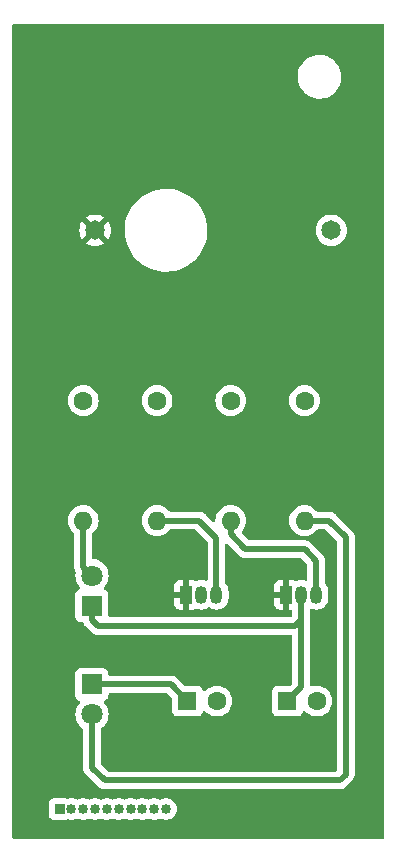
<source format=gbr>
%TF.GenerationSoftware,KiCad,Pcbnew,7.0.7*%
%TF.CreationDate,2024-04-06T11:31:03+09:00*%
%TF.ProjectId,PCB_AstMul,5043425f-4173-4744-9d75-6c2e6b696361,rev?*%
%TF.SameCoordinates,Original*%
%TF.FileFunction,Copper,L2,Bot*%
%TF.FilePolarity,Positive*%
%FSLAX46Y46*%
G04 Gerber Fmt 4.6, Leading zero omitted, Abs format (unit mm)*
G04 Created by KiCad (PCBNEW 7.0.7) date 2024-04-06 11:31:03*
%MOMM*%
%LPD*%
G01*
G04 APERTURE LIST*
%TA.AperFunction,ComponentPad*%
%ADD10R,1.050000X1.500000*%
%TD*%
%TA.AperFunction,ComponentPad*%
%ADD11O,1.050000X1.500000*%
%TD*%
%TA.AperFunction,ComponentPad*%
%ADD12R,1.800000X1.800000*%
%TD*%
%TA.AperFunction,ComponentPad*%
%ADD13C,1.800000*%
%TD*%
%TA.AperFunction,ComponentPad*%
%ADD14C,1.600000*%
%TD*%
%TA.AperFunction,ComponentPad*%
%ADD15O,1.600000X1.600000*%
%TD*%
%TA.AperFunction,ComponentPad*%
%ADD16R,0.850000X0.850000*%
%TD*%
%TA.AperFunction,ComponentPad*%
%ADD17O,0.850000X0.850000*%
%TD*%
%TA.AperFunction,ComponentPad*%
%ADD18R,1.600000X1.600000*%
%TD*%
%TA.AperFunction,ComponentPad*%
%ADD19C,1.650000*%
%TD*%
%TA.AperFunction,ViaPad*%
%ADD20C,0.800000*%
%TD*%
%TA.AperFunction,Conductor*%
%ADD21C,0.500000*%
%TD*%
G04 APERTURE END LIST*
D10*
%TO.P,Q2,1,E*%
%TO.N,GND*%
X72691250Y-68360000D03*
D11*
%TO.P,Q2,2,C*%
%TO.N,Net-(D2-K)*%
X73961250Y-68360000D03*
%TO.P,Q2,3,B*%
%TO.N,Net-(Q2-B)*%
X75231250Y-68360000D03*
%TD*%
D12*
%TO.P,D1,1,K*%
%TO.N,Net-(D1-K)*%
X56231250Y-75955000D03*
D13*
%TO.P,D1,2,A*%
%TO.N,Net-(D1-A)*%
X56231250Y-78495000D03*
%TD*%
D14*
%TO.P,R1,1*%
%TO.N,+3V0*%
X74231250Y-51920000D03*
D15*
%TO.P,R1,2*%
%TO.N,Net-(D1-A)*%
X74231250Y-62080000D03*
%TD*%
D10*
%TO.P,Q1,1,E*%
%TO.N,GND*%
X64231250Y-68360000D03*
D11*
%TO.P,Q1,2,C*%
%TO.N,Net-(D1-K)*%
X65501250Y-68360000D03*
%TO.P,Q1,3,B*%
%TO.N,Net-(Q1-B)*%
X66771250Y-68360000D03*
%TD*%
D14*
%TO.P,R3,1*%
%TO.N,+3V0*%
X61743750Y-51920000D03*
D15*
%TO.P,R3,2*%
%TO.N,Net-(Q1-B)*%
X61743750Y-62080000D03*
%TD*%
D16*
%TO.P,REF\u002A\u002A,1*%
%TO.N,N/C*%
X53500000Y-86500000D03*
D17*
%TO.P,REF\u002A\u002A,2*%
X54500000Y-86500000D03*
%TO.P,REF\u002A\u002A,3*%
X55500000Y-86500000D03*
%TO.P,REF\u002A\u002A,4*%
X56500000Y-86500000D03*
%TO.P,REF\u002A\u002A,5*%
X57500000Y-86500000D03*
%TO.P,REF\u002A\u002A,6*%
X58500000Y-86500000D03*
%TO.P,REF\u002A\u002A,7*%
X59500000Y-86500000D03*
%TO.P,REF\u002A\u002A,8*%
X60500000Y-86500000D03*
%TO.P,REF\u002A\u002A,9*%
X61500000Y-86500000D03*
%TO.P,REF\u002A\u002A,10*%
X62500000Y-86500000D03*
%TD*%
D18*
%TO.P,C2,1*%
%TO.N,Net-(D2-K)*%
X72778871Y-77360000D03*
D14*
%TO.P,C2,2*%
%TO.N,Net-(Q1-B)*%
X75278871Y-77360000D03*
%TD*%
D19*
%TO.P,U1,1,1*%
%TO.N,GND*%
X56500000Y-37500000D03*
%TO.P,U1,2,2*%
%TO.N,+3V0*%
X76500000Y-37500000D03*
%TD*%
D12*
%TO.P,D2,1,K*%
%TO.N,Net-(D2-K)*%
X56231250Y-69275000D03*
D13*
%TO.P,D2,2,A*%
%TO.N,Net-(D2-A)*%
X56231250Y-66735000D03*
%TD*%
D18*
%TO.P,C1,1*%
%TO.N,Net-(D1-K)*%
X64318871Y-77360000D03*
D14*
%TO.P,C1,2*%
%TO.N,Net-(Q2-B)*%
X66818871Y-77360000D03*
%TD*%
%TO.P,R2,1*%
%TO.N,+3V0*%
X67987500Y-51920000D03*
D15*
%TO.P,R2,2*%
%TO.N,Net-(Q2-B)*%
X67987500Y-62080000D03*
%TD*%
D14*
%TO.P,R4,1*%
%TO.N,+3V0*%
X55500000Y-51920000D03*
D15*
%TO.P,R4,2*%
%TO.N,Net-(D2-A)*%
X55500000Y-62080000D03*
%TD*%
D20*
%TO.N,GND*%
X64500000Y-60500000D03*
X64500000Y-48500000D03*
%TD*%
D21*
%TO.N,GND*%
X64500000Y-48500000D02*
X64500000Y-60500000D01*
%TO.N,Net-(D1-K)*%
X56231250Y-75955000D02*
X62913871Y-75955000D01*
X62913871Y-75955000D02*
X64318871Y-77360000D01*
%TO.N,Net-(Q1-B)*%
X66771250Y-68360000D02*
X66771250Y-63540000D01*
X66771250Y-63540000D02*
X65311250Y-62080000D01*
X65311250Y-62080000D02*
X61743750Y-62080000D01*
%TO.N,Net-(D2-K)*%
X56731250Y-71000000D02*
X73461250Y-71000000D01*
X73961250Y-70500000D02*
X73961250Y-76177621D01*
X56231250Y-69275000D02*
X56231250Y-70500000D01*
X73461250Y-71000000D02*
X73961250Y-70500000D01*
X73961250Y-76177621D02*
X72778871Y-77360000D01*
X56231250Y-70500000D02*
X56731250Y-71000000D01*
X73961250Y-68360000D02*
X73961250Y-70500000D01*
%TO.N,Net-(Q2-B)*%
X67987500Y-63256250D02*
X69231250Y-64500000D01*
X75231250Y-65500000D02*
X75231250Y-68360000D01*
X69231250Y-64500000D02*
X74231250Y-64500000D01*
X74231250Y-64500000D02*
X75231250Y-65500000D01*
X67987500Y-62080000D02*
X67987500Y-63256250D01*
%TO.N,Net-(D1-A)*%
X57311250Y-84080000D02*
X56231250Y-83000000D01*
X74231250Y-62080000D02*
X76311250Y-62080000D01*
X76311250Y-62080000D02*
X77731250Y-63500000D01*
X77731250Y-63500000D02*
X77731250Y-83500000D01*
X77731250Y-83580000D02*
X77231250Y-84080000D01*
X56231250Y-83000000D02*
X56231250Y-78495000D01*
X77231250Y-84080000D02*
X57311250Y-84080000D01*
%TO.N,Net-(D2-A)*%
X55500000Y-66003750D02*
X56231250Y-66735000D01*
X55500000Y-62080000D02*
X55500000Y-66003750D01*
%TD*%
%TA.AperFunction,Conductor*%
%TO.N,GND*%
G36*
X80942539Y-20020185D02*
G01*
X80988294Y-20072989D01*
X80999500Y-20124500D01*
X80999500Y-88875500D01*
X80979815Y-88942539D01*
X80927011Y-88988294D01*
X80875500Y-88999500D01*
X49624500Y-88999500D01*
X49557461Y-88979815D01*
X49511706Y-88927011D01*
X49500500Y-88875500D01*
X49500500Y-86972870D01*
X52574500Y-86972870D01*
X52574501Y-86972876D01*
X52580908Y-87032483D01*
X52631202Y-87167328D01*
X52631206Y-87167335D01*
X52717452Y-87282544D01*
X52717455Y-87282547D01*
X52832664Y-87368793D01*
X52832671Y-87368797D01*
X52967517Y-87419091D01*
X52967516Y-87419091D01*
X52974444Y-87419835D01*
X53027127Y-87425500D01*
X53972872Y-87425499D01*
X54032483Y-87419091D01*
X54124530Y-87384759D01*
X54194218Y-87379776D01*
X54206039Y-87383678D01*
X54206246Y-87383042D01*
X54212426Y-87385049D01*
X54212429Y-87385051D01*
X54402726Y-87425500D01*
X54597274Y-87425500D01*
X54787566Y-87385052D01*
X54787565Y-87385052D01*
X54787571Y-87385051D01*
X54949569Y-87312925D01*
X55018815Y-87303642D01*
X55050425Y-87312922D01*
X55212429Y-87385051D01*
X55212432Y-87385051D01*
X55212433Y-87385052D01*
X55402726Y-87425500D01*
X55597274Y-87425500D01*
X55787566Y-87385052D01*
X55787565Y-87385052D01*
X55787571Y-87385051D01*
X55949569Y-87312925D01*
X56018815Y-87303642D01*
X56050425Y-87312922D01*
X56212429Y-87385051D01*
X56212432Y-87385051D01*
X56212433Y-87385052D01*
X56402726Y-87425500D01*
X56597274Y-87425500D01*
X56787566Y-87385052D01*
X56787565Y-87385052D01*
X56787571Y-87385051D01*
X56949569Y-87312925D01*
X57018815Y-87303642D01*
X57050425Y-87312922D01*
X57212429Y-87385051D01*
X57212432Y-87385051D01*
X57212433Y-87385052D01*
X57402726Y-87425500D01*
X57597274Y-87425500D01*
X57787571Y-87385051D01*
X57949566Y-87312926D01*
X58018813Y-87303642D01*
X58050429Y-87312924D01*
X58212429Y-87385051D01*
X58402726Y-87425500D01*
X58597274Y-87425500D01*
X58787566Y-87385052D01*
X58787565Y-87385052D01*
X58787571Y-87385051D01*
X58949569Y-87312925D01*
X59018815Y-87303642D01*
X59050425Y-87312922D01*
X59212429Y-87385051D01*
X59212432Y-87385051D01*
X59212433Y-87385052D01*
X59402726Y-87425500D01*
X59597274Y-87425500D01*
X59787571Y-87385051D01*
X59949566Y-87312926D01*
X60018813Y-87303642D01*
X60050429Y-87312924D01*
X60212429Y-87385051D01*
X60402726Y-87425500D01*
X60597274Y-87425500D01*
X60787566Y-87385052D01*
X60787565Y-87385052D01*
X60787571Y-87385051D01*
X60949569Y-87312925D01*
X61018815Y-87303642D01*
X61050425Y-87312922D01*
X61212429Y-87385051D01*
X61212432Y-87385051D01*
X61212433Y-87385052D01*
X61402726Y-87425500D01*
X61597274Y-87425500D01*
X61787566Y-87385052D01*
X61787565Y-87385052D01*
X61787571Y-87385051D01*
X61949569Y-87312925D01*
X62018815Y-87303642D01*
X62050425Y-87312922D01*
X62212429Y-87385051D01*
X62212432Y-87385051D01*
X62212433Y-87385052D01*
X62402726Y-87425500D01*
X62597274Y-87425500D01*
X62787571Y-87385051D01*
X62965299Y-87305922D01*
X63122692Y-87191569D01*
X63144513Y-87167335D01*
X63150895Y-87160245D01*
X63252870Y-87046992D01*
X63350144Y-86878508D01*
X63410262Y-86693482D01*
X63430598Y-86500000D01*
X63410262Y-86306518D01*
X63350144Y-86121492D01*
X63350143Y-86121491D01*
X63350143Y-86121489D01*
X63350142Y-86121488D01*
X63295667Y-86027135D01*
X63252870Y-85953008D01*
X63201882Y-85896381D01*
X63122697Y-85808435D01*
X63122694Y-85808433D01*
X63122693Y-85808432D01*
X63122692Y-85808431D01*
X62997475Y-85717455D01*
X62965297Y-85694076D01*
X62824076Y-85631202D01*
X62787571Y-85614949D01*
X62787569Y-85614948D01*
X62597274Y-85574500D01*
X62402726Y-85574500D01*
X62212430Y-85614948D01*
X62212427Y-85614949D01*
X62050434Y-85687072D01*
X61981184Y-85696356D01*
X61949566Y-85687072D01*
X61787572Y-85614949D01*
X61787569Y-85614948D01*
X61597274Y-85574500D01*
X61402726Y-85574500D01*
X61212430Y-85614948D01*
X61212427Y-85614949D01*
X61050433Y-85687072D01*
X60981183Y-85696356D01*
X60949564Y-85687072D01*
X60824085Y-85631206D01*
X60787571Y-85614949D01*
X60787569Y-85614948D01*
X60597274Y-85574500D01*
X60402726Y-85574500D01*
X60212430Y-85614948D01*
X60212427Y-85614949D01*
X60050434Y-85687072D01*
X59981184Y-85696356D01*
X59949566Y-85687072D01*
X59787572Y-85614949D01*
X59787569Y-85614948D01*
X59597274Y-85574500D01*
X59402726Y-85574500D01*
X59212430Y-85614948D01*
X59212427Y-85614949D01*
X59050433Y-85687072D01*
X58981183Y-85696356D01*
X58949564Y-85687072D01*
X58824085Y-85631206D01*
X58787571Y-85614949D01*
X58787569Y-85614948D01*
X58597274Y-85574500D01*
X58402726Y-85574500D01*
X58212430Y-85614948D01*
X58212427Y-85614949D01*
X58050433Y-85687072D01*
X57981183Y-85696356D01*
X57949564Y-85687072D01*
X57824085Y-85631206D01*
X57787571Y-85614949D01*
X57787569Y-85614948D01*
X57597274Y-85574500D01*
X57402726Y-85574500D01*
X57212430Y-85614948D01*
X57212427Y-85614949D01*
X57050434Y-85687072D01*
X56981184Y-85696356D01*
X56949566Y-85687072D01*
X56787572Y-85614949D01*
X56787569Y-85614948D01*
X56597274Y-85574500D01*
X56402726Y-85574500D01*
X56212430Y-85614948D01*
X56212427Y-85614949D01*
X56050434Y-85687072D01*
X55981184Y-85696356D01*
X55949566Y-85687072D01*
X55787572Y-85614949D01*
X55787569Y-85614948D01*
X55597274Y-85574500D01*
X55402726Y-85574500D01*
X55212430Y-85614948D01*
X55212427Y-85614949D01*
X55050434Y-85687072D01*
X54981184Y-85696356D01*
X54949566Y-85687072D01*
X54787572Y-85614949D01*
X54787569Y-85614948D01*
X54597274Y-85574500D01*
X54402726Y-85574500D01*
X54212429Y-85614948D01*
X54206245Y-85616958D01*
X54205349Y-85614201D01*
X54148341Y-85621511D01*
X54124527Y-85615239D01*
X54032482Y-85580908D01*
X54032483Y-85580908D01*
X53972883Y-85574501D01*
X53972881Y-85574500D01*
X53972873Y-85574500D01*
X53972864Y-85574500D01*
X53027129Y-85574500D01*
X53027123Y-85574501D01*
X52967516Y-85580908D01*
X52832671Y-85631202D01*
X52832664Y-85631206D01*
X52717455Y-85717452D01*
X52717452Y-85717455D01*
X52631206Y-85832664D01*
X52631202Y-85832671D01*
X52580908Y-85967517D01*
X52574501Y-86027116D01*
X52574500Y-86027135D01*
X52574500Y-86972870D01*
X49500500Y-86972870D01*
X49500500Y-78495006D01*
X54825950Y-78495006D01*
X54845114Y-78726297D01*
X54845116Y-78726308D01*
X54902092Y-78951300D01*
X54995325Y-79163848D01*
X55122266Y-79358147D01*
X55122269Y-79358151D01*
X55122271Y-79358153D01*
X55279466Y-79528913D01*
X55279469Y-79528915D01*
X55279472Y-79528918D01*
X55432911Y-79648345D01*
X55473724Y-79705055D01*
X55480749Y-79746198D01*
X55480749Y-82936298D01*
X55479440Y-82954268D01*
X55475961Y-82978020D01*
X55475960Y-82978027D01*
X55480514Y-83030063D01*
X55480750Y-83035470D01*
X55480750Y-83043709D01*
X55484556Y-83076274D01*
X55491250Y-83152791D01*
X55492711Y-83159867D01*
X55492653Y-83159878D01*
X55494284Y-83167237D01*
X55494342Y-83167224D01*
X55496007Y-83174250D01*
X55522275Y-83246424D01*
X55546435Y-83319331D01*
X55549486Y-83325874D01*
X55549432Y-83325898D01*
X55552720Y-83332688D01*
X55552771Y-83332663D01*
X55556011Y-83339113D01*
X55556012Y-83339114D01*
X55556013Y-83339117D01*
X55598215Y-83403283D01*
X55638537Y-83468655D01*
X55643016Y-83474319D01*
X55642969Y-83474356D01*
X55647732Y-83480202D01*
X55647778Y-83480164D01*
X55652423Y-83485700D01*
X55708268Y-83538386D01*
X56735519Y-84565637D01*
X56747299Y-84579268D01*
X56761639Y-84598530D01*
X56761641Y-84598532D01*
X56801659Y-84632110D01*
X56805649Y-84635766D01*
X56811477Y-84641594D01*
X56837197Y-84661931D01*
X56896038Y-84711304D01*
X56902068Y-84715270D01*
X56902035Y-84715319D01*
X56908393Y-84719369D01*
X56908425Y-84719319D01*
X56914570Y-84723109D01*
X56914573Y-84723111D01*
X56984186Y-84755572D01*
X57052817Y-84790040D01*
X57052822Y-84790041D01*
X57059611Y-84792513D01*
X57059590Y-84792570D01*
X57066705Y-84795043D01*
X57066725Y-84794986D01*
X57073580Y-84797258D01*
X57148808Y-84812789D01*
X57148808Y-84812790D01*
X57223529Y-84830500D01*
X57223539Y-84830500D01*
X57230702Y-84831338D01*
X57230694Y-84831397D01*
X57238195Y-84832164D01*
X57238201Y-84832105D01*
X57245390Y-84832734D01*
X57245394Y-84832733D01*
X57245395Y-84832734D01*
X57322168Y-84830500D01*
X77167545Y-84830500D01*
X77185515Y-84831809D01*
X77209273Y-84835289D01*
X77261318Y-84830735D01*
X77266720Y-84830500D01*
X77274954Y-84830500D01*
X77274959Y-84830500D01*
X77286577Y-84829141D01*
X77307526Y-84826693D01*
X77320278Y-84825577D01*
X77384047Y-84819999D01*
X77384055Y-84819996D01*
X77391116Y-84818539D01*
X77391128Y-84818598D01*
X77398493Y-84816965D01*
X77398479Y-84816906D01*
X77405496Y-84815241D01*
X77405505Y-84815241D01*
X77477673Y-84788974D01*
X77550584Y-84764814D01*
X77550593Y-84764807D01*
X77557132Y-84761760D01*
X77557158Y-84761816D01*
X77563940Y-84758532D01*
X77563913Y-84758478D01*
X77570356Y-84755240D01*
X77570367Y-84755237D01*
X77634533Y-84713034D01*
X77699906Y-84672712D01*
X77699912Y-84672705D01*
X77705575Y-84668229D01*
X77705613Y-84668277D01*
X77711450Y-84663522D01*
X77711411Y-84663475D01*
X77716946Y-84658830D01*
X77769635Y-84602982D01*
X78292835Y-84079783D01*
X78292835Y-84079782D01*
X78292841Y-84079777D01*
X78374361Y-83976677D01*
X78448507Y-83817673D01*
X78483984Y-83645856D01*
X78481750Y-83569082D01*
X78481750Y-63563704D01*
X78483059Y-63545735D01*
X78486539Y-63521974D01*
X78481986Y-63469939D01*
X78481750Y-63464532D01*
X78481750Y-63456296D01*
X78481750Y-63456291D01*
X78477941Y-63423705D01*
X78471248Y-63347203D01*
X78471245Y-63347194D01*
X78469788Y-63340135D01*
X78469848Y-63340122D01*
X78468215Y-63332757D01*
X78468156Y-63332772D01*
X78466491Y-63325749D01*
X78466491Y-63325745D01*
X78440221Y-63253568D01*
X78424679Y-63206663D01*
X78416066Y-63180670D01*
X78413011Y-63174118D01*
X78413065Y-63174092D01*
X78409783Y-63167312D01*
X78409730Y-63167340D01*
X78406488Y-63160886D01*
X78406487Y-63160883D01*
X78364288Y-63096723D01*
X78323962Y-63031344D01*
X78323961Y-63031343D01*
X78323960Y-63031341D01*
X78319484Y-63025681D01*
X78319530Y-63025643D01*
X78314769Y-63019799D01*
X78314724Y-63019838D01*
X78310084Y-63014308D01*
X78254232Y-62961613D01*
X76886979Y-61594361D01*
X76875199Y-61580730D01*
X76867732Y-61570701D01*
X76860862Y-61561472D01*
X76860860Y-61561470D01*
X76820837Y-61527886D01*
X76816862Y-61524244D01*
X76813940Y-61521322D01*
X76811030Y-61518411D01*
X76785290Y-61498059D01*
X76726459Y-61448694D01*
X76720430Y-61444729D01*
X76720462Y-61444680D01*
X76714103Y-61440628D01*
X76714072Y-61440679D01*
X76707930Y-61436891D01*
X76707928Y-61436890D01*
X76707927Y-61436889D01*
X76668724Y-61418608D01*
X76638308Y-61404424D01*
X76604144Y-61387267D01*
X76569683Y-61369960D01*
X76569681Y-61369959D01*
X76569680Y-61369959D01*
X76562895Y-61367489D01*
X76562915Y-61367433D01*
X76555799Y-61364959D01*
X76555781Y-61365015D01*
X76548921Y-61362742D01*
X76521091Y-61356996D01*
X76473684Y-61347207D01*
X76424722Y-61335603D01*
X76398969Y-61329499D01*
X76391797Y-61328661D01*
X76391803Y-61328601D01*
X76384305Y-61327835D01*
X76384300Y-61327895D01*
X76377110Y-61327265D01*
X76300333Y-61329500D01*
X75357913Y-61329500D01*
X75290874Y-61309815D01*
X75256338Y-61276623D01*
X75231295Y-61240858D01*
X75070391Y-61079954D01*
X74883984Y-60949432D01*
X74883982Y-60949431D01*
X74677747Y-60853261D01*
X74677738Y-60853258D01*
X74457947Y-60794366D01*
X74457943Y-60794365D01*
X74457942Y-60794365D01*
X74457941Y-60794364D01*
X74457936Y-60794364D01*
X74231252Y-60774532D01*
X74231248Y-60774532D01*
X74004563Y-60794364D01*
X74004552Y-60794366D01*
X73784761Y-60853258D01*
X73784752Y-60853261D01*
X73578517Y-60949431D01*
X73578515Y-60949432D01*
X73392108Y-61079954D01*
X73231204Y-61240858D01*
X73100682Y-61427265D01*
X73100681Y-61427267D01*
X73004511Y-61633502D01*
X73004508Y-61633511D01*
X72945616Y-61853302D01*
X72945614Y-61853313D01*
X72925782Y-62079998D01*
X72925782Y-62080001D01*
X72945614Y-62306686D01*
X72945616Y-62306697D01*
X73004508Y-62526488D01*
X73004511Y-62526497D01*
X73100681Y-62732732D01*
X73100682Y-62732734D01*
X73231204Y-62919141D01*
X73392108Y-63080045D01*
X73392111Y-63080047D01*
X73578516Y-63210568D01*
X73784754Y-63306739D01*
X74004558Y-63365635D01*
X74166480Y-63379801D01*
X74231248Y-63385468D01*
X74231250Y-63385468D01*
X74231252Y-63385468D01*
X74287923Y-63380509D01*
X74457942Y-63365635D01*
X74677746Y-63306739D01*
X74883984Y-63210568D01*
X75070389Y-63080047D01*
X75231297Y-62919139D01*
X75256336Y-62883377D01*
X75310915Y-62839752D01*
X75357913Y-62830500D01*
X75949020Y-62830500D01*
X76016059Y-62850185D01*
X76036701Y-62866819D01*
X76944431Y-63774548D01*
X76977916Y-63835871D01*
X76980750Y-63862229D01*
X76980750Y-83205500D01*
X76961065Y-83272539D01*
X76908261Y-83318294D01*
X76856750Y-83329500D01*
X57673479Y-83329500D01*
X57606440Y-83309815D01*
X57585798Y-83293181D01*
X57018068Y-82725451D01*
X56984583Y-82664128D01*
X56981749Y-82637770D01*
X56981749Y-79746194D01*
X57001434Y-79679159D01*
X57029583Y-79648347D01*
X57183034Y-79528913D01*
X57340229Y-79358153D01*
X57467174Y-79163849D01*
X57560407Y-78951300D01*
X57617384Y-78726305D01*
X57623368Y-78654091D01*
X57636550Y-78495006D01*
X57636550Y-78494993D01*
X57617385Y-78263702D01*
X57617383Y-78263691D01*
X57560407Y-78038699D01*
X57467174Y-77826151D01*
X57340233Y-77631852D01*
X57340230Y-77631849D01*
X57340229Y-77631847D01*
X57245445Y-77528884D01*
X57214525Y-77466232D01*
X57222385Y-77396806D01*
X57266533Y-77342651D01*
X57293345Y-77328722D01*
X57373576Y-77298798D01*
X57373576Y-77298797D01*
X57373581Y-77298796D01*
X57488796Y-77212546D01*
X57575046Y-77097331D01*
X57625341Y-76962483D01*
X57631750Y-76902873D01*
X57631750Y-76829500D01*
X57651435Y-76762461D01*
X57704239Y-76716706D01*
X57755750Y-76705500D01*
X62551641Y-76705500D01*
X62618680Y-76725185D01*
X62639322Y-76741819D01*
X62982052Y-77084549D01*
X63015537Y-77145872D01*
X63018371Y-77172230D01*
X63018371Y-78207870D01*
X63018372Y-78207876D01*
X63024779Y-78267483D01*
X63075073Y-78402328D01*
X63075077Y-78402335D01*
X63161323Y-78517544D01*
X63161326Y-78517547D01*
X63276535Y-78603793D01*
X63276542Y-78603797D01*
X63411388Y-78654091D01*
X63411387Y-78654091D01*
X63418315Y-78654835D01*
X63470998Y-78660500D01*
X65166743Y-78660499D01*
X65226354Y-78654091D01*
X65361202Y-78603796D01*
X65476417Y-78517546D01*
X65562667Y-78402331D01*
X65612962Y-78267483D01*
X65612963Y-78267472D01*
X65614236Y-78262088D01*
X65648804Y-78201369D01*
X65710712Y-78168978D01*
X65780304Y-78175199D01*
X65822596Y-78202912D01*
X65979729Y-78360045D01*
X65979732Y-78360047D01*
X66166137Y-78490568D01*
X66372375Y-78586739D01*
X66592179Y-78645635D01*
X66754101Y-78659801D01*
X66818869Y-78665468D01*
X66818871Y-78665468D01*
X66818873Y-78665468D01*
X66875678Y-78660498D01*
X67045563Y-78645635D01*
X67265367Y-78586739D01*
X67471605Y-78490568D01*
X67658010Y-78360047D01*
X67818918Y-78199139D01*
X67949439Y-78012734D01*
X68045610Y-77806496D01*
X68104506Y-77586692D01*
X68124339Y-77360000D01*
X68104506Y-77133308D01*
X68045610Y-76913504D01*
X67949439Y-76707266D01*
X67818918Y-76520861D01*
X67818916Y-76520858D01*
X67658012Y-76359954D01*
X67471605Y-76229432D01*
X67471603Y-76229431D01*
X67265368Y-76133261D01*
X67265359Y-76133258D01*
X67045568Y-76074366D01*
X67045564Y-76074365D01*
X67045563Y-76074365D01*
X67045562Y-76074364D01*
X67045557Y-76074364D01*
X66818873Y-76054532D01*
X66818869Y-76054532D01*
X66592184Y-76074364D01*
X66592173Y-76074366D01*
X66372382Y-76133258D01*
X66372373Y-76133261D01*
X66166138Y-76229431D01*
X66166136Y-76229432D01*
X65979733Y-76359951D01*
X65822597Y-76517087D01*
X65761274Y-76550571D01*
X65691582Y-76545587D01*
X65635649Y-76503715D01*
X65614240Y-76457923D01*
X65612962Y-76452518D01*
X65562668Y-76317671D01*
X65562664Y-76317664D01*
X65476418Y-76202455D01*
X65476415Y-76202452D01*
X65361206Y-76116206D01*
X65361199Y-76116202D01*
X65226353Y-76065908D01*
X65226354Y-76065908D01*
X65166754Y-76059501D01*
X65166752Y-76059500D01*
X65166744Y-76059500D01*
X65166736Y-76059500D01*
X64131101Y-76059500D01*
X64064062Y-76039815D01*
X64043420Y-76023181D01*
X63489600Y-75469361D01*
X63477820Y-75455730D01*
X63470353Y-75445701D01*
X63463483Y-75436472D01*
X63463481Y-75436470D01*
X63423458Y-75402886D01*
X63419483Y-75399244D01*
X63416561Y-75396322D01*
X63413651Y-75393411D01*
X63387911Y-75373059D01*
X63329080Y-75323694D01*
X63323051Y-75319729D01*
X63323083Y-75319680D01*
X63316724Y-75315628D01*
X63316693Y-75315679D01*
X63310551Y-75311891D01*
X63310549Y-75311890D01*
X63310548Y-75311889D01*
X63271345Y-75293608D01*
X63240929Y-75279424D01*
X63206765Y-75262267D01*
X63172304Y-75244960D01*
X63172302Y-75244959D01*
X63172301Y-75244959D01*
X63165516Y-75242489D01*
X63165536Y-75242433D01*
X63158420Y-75239959D01*
X63158402Y-75240015D01*
X63151542Y-75237742D01*
X63123712Y-75231996D01*
X63076305Y-75222207D01*
X63027343Y-75210603D01*
X63001590Y-75204499D01*
X62994418Y-75203661D01*
X62994424Y-75203601D01*
X62986926Y-75202835D01*
X62986921Y-75202895D01*
X62979731Y-75202265D01*
X62902954Y-75204500D01*
X57755749Y-75204500D01*
X57688710Y-75184815D01*
X57642955Y-75132011D01*
X57631749Y-75080500D01*
X57631749Y-75007129D01*
X57631748Y-75007123D01*
X57631747Y-75007116D01*
X57625341Y-74947517D01*
X57575046Y-74812669D01*
X57575045Y-74812668D01*
X57575043Y-74812664D01*
X57488797Y-74697455D01*
X57488794Y-74697452D01*
X57373585Y-74611206D01*
X57373578Y-74611202D01*
X57238732Y-74560908D01*
X57238733Y-74560908D01*
X57179133Y-74554501D01*
X57179131Y-74554500D01*
X57179123Y-74554500D01*
X57179114Y-74554500D01*
X55283379Y-74554500D01*
X55283373Y-74554501D01*
X55223766Y-74560908D01*
X55088921Y-74611202D01*
X55088914Y-74611206D01*
X54973705Y-74697452D01*
X54973702Y-74697455D01*
X54887456Y-74812664D01*
X54887452Y-74812671D01*
X54837158Y-74947517D01*
X54830751Y-75007116D01*
X54830751Y-75007123D01*
X54830750Y-75007135D01*
X54830750Y-76902870D01*
X54830751Y-76902876D01*
X54837158Y-76962483D01*
X54887452Y-77097328D01*
X54887456Y-77097335D01*
X54973702Y-77212544D01*
X54973705Y-77212547D01*
X55088914Y-77298793D01*
X55088923Y-77298798D01*
X55169154Y-77328722D01*
X55225088Y-77370593D01*
X55249506Y-77436057D01*
X55234655Y-77504330D01*
X55217052Y-77528886D01*
X55122269Y-77631849D01*
X54995325Y-77826151D01*
X54902092Y-78038699D01*
X54845116Y-78263691D01*
X54845114Y-78263702D01*
X54825950Y-78494993D01*
X54825950Y-78495006D01*
X49500500Y-78495006D01*
X49500500Y-62080001D01*
X54194532Y-62080001D01*
X54214364Y-62306686D01*
X54214366Y-62306697D01*
X54273258Y-62526488D01*
X54273261Y-62526497D01*
X54369431Y-62732732D01*
X54369432Y-62732734D01*
X54499954Y-62919141D01*
X54660859Y-63080046D01*
X54696621Y-63105086D01*
X54740247Y-63159662D01*
X54749500Y-63206662D01*
X54749500Y-65940044D01*
X54748191Y-65958013D01*
X54744710Y-65981775D01*
X54749264Y-66033814D01*
X54749500Y-66039220D01*
X54749500Y-66047459D01*
X54753306Y-66080024D01*
X54760000Y-66156541D01*
X54761461Y-66163617D01*
X54761403Y-66163628D01*
X54763034Y-66170987D01*
X54763092Y-66170974D01*
X54764757Y-66178000D01*
X54791025Y-66250174D01*
X54815185Y-66323081D01*
X54818236Y-66329624D01*
X54818182Y-66329648D01*
X54821470Y-66336438D01*
X54821521Y-66336413D01*
X54824760Y-66342862D01*
X54838851Y-66364287D01*
X54859242Y-66431115D01*
X54855455Y-66462862D01*
X54845115Y-66503693D01*
X54845115Y-66503695D01*
X54825950Y-66734993D01*
X54825950Y-66735006D01*
X54845114Y-66966297D01*
X54845116Y-66966308D01*
X54902092Y-67191300D01*
X54995325Y-67403848D01*
X55122266Y-67598147D01*
X55122269Y-67598151D01*
X55122271Y-67598153D01*
X55217053Y-67701114D01*
X55247974Y-67763767D01*
X55240114Y-67833193D01*
X55195966Y-67887348D01*
X55169156Y-67901277D01*
X55088919Y-67931203D01*
X55088914Y-67931206D01*
X54973705Y-68017452D01*
X54973702Y-68017455D01*
X54887456Y-68132664D01*
X54887452Y-68132671D01*
X54837158Y-68267517D01*
X54830751Y-68327116D01*
X54830751Y-68327123D01*
X54830750Y-68327135D01*
X54830750Y-70222870D01*
X54830751Y-70222876D01*
X54837158Y-70282483D01*
X54887452Y-70417328D01*
X54887456Y-70417335D01*
X54973702Y-70532544D01*
X54973705Y-70532547D01*
X55088914Y-70618793D01*
X55088921Y-70618797D01*
X55133868Y-70635561D01*
X55223767Y-70669091D01*
X55283377Y-70675500D01*
X55409232Y-70675499D01*
X55476271Y-70695183D01*
X55522026Y-70747987D01*
X55526938Y-70760494D01*
X55546435Y-70819331D01*
X55549486Y-70825874D01*
X55549432Y-70825898D01*
X55552720Y-70832688D01*
X55552771Y-70832663D01*
X55556011Y-70839113D01*
X55556012Y-70839114D01*
X55556013Y-70839117D01*
X55598215Y-70903283D01*
X55638537Y-70968655D01*
X55643016Y-70974319D01*
X55642969Y-70974356D01*
X55647732Y-70980202D01*
X55647778Y-70980164D01*
X55652423Y-70985700D01*
X55708267Y-71038385D01*
X56155520Y-71485638D01*
X56167301Y-71499270D01*
X56181638Y-71518528D01*
X56221659Y-71552111D01*
X56225647Y-71555766D01*
X56231466Y-71561585D01*
X56231470Y-71561588D01*
X56231473Y-71561591D01*
X56257209Y-71581940D01*
X56316036Y-71631302D01*
X56316037Y-71631302D01*
X56316039Y-71631304D01*
X56322068Y-71635270D01*
X56322035Y-71635319D01*
X56328397Y-71639372D01*
X56328429Y-71639321D01*
X56334569Y-71643108D01*
X56334573Y-71643111D01*
X56369382Y-71659343D01*
X56404191Y-71675575D01*
X56472815Y-71710039D01*
X56472817Y-71710040D01*
X56472819Y-71710040D01*
X56479607Y-71712511D01*
X56479586Y-71712567D01*
X56486707Y-71715043D01*
X56486726Y-71714986D01*
X56493572Y-71717254D01*
X56493577Y-71717257D01*
X56493582Y-71717258D01*
X56493585Y-71717259D01*
X56568815Y-71732792D01*
X56643529Y-71750500D01*
X56643532Y-71750500D01*
X56643536Y-71750501D01*
X56650703Y-71751339D01*
X56650696Y-71751398D01*
X56658194Y-71752164D01*
X56658200Y-71752105D01*
X56665389Y-71752734D01*
X56665393Y-71752733D01*
X56665394Y-71752734D01*
X56742167Y-71750500D01*
X73086750Y-71750500D01*
X73153789Y-71770185D01*
X73199544Y-71822989D01*
X73210750Y-71874500D01*
X73210750Y-75815391D01*
X73191065Y-75882430D01*
X73174435Y-75903067D01*
X73073521Y-76003982D01*
X73054321Y-76023182D01*
X72992998Y-76056666D01*
X72966640Y-76059500D01*
X71931000Y-76059500D01*
X71930994Y-76059501D01*
X71871387Y-76065908D01*
X71736542Y-76116202D01*
X71736535Y-76116206D01*
X71621326Y-76202452D01*
X71621323Y-76202455D01*
X71535077Y-76317664D01*
X71535073Y-76317671D01*
X71484779Y-76452517D01*
X71478372Y-76512116D01*
X71478371Y-76512135D01*
X71478371Y-78207870D01*
X71478372Y-78207876D01*
X71484779Y-78267483D01*
X71535073Y-78402328D01*
X71535077Y-78402335D01*
X71621323Y-78517544D01*
X71621326Y-78517547D01*
X71736535Y-78603793D01*
X71736542Y-78603797D01*
X71871388Y-78654091D01*
X71871387Y-78654091D01*
X71878315Y-78654835D01*
X71930998Y-78660500D01*
X73626743Y-78660499D01*
X73686354Y-78654091D01*
X73821202Y-78603796D01*
X73936417Y-78517546D01*
X74022667Y-78402331D01*
X74072962Y-78267483D01*
X74072963Y-78267472D01*
X74074236Y-78262088D01*
X74108804Y-78201369D01*
X74170712Y-78168978D01*
X74240304Y-78175199D01*
X74282596Y-78202912D01*
X74439729Y-78360045D01*
X74439732Y-78360047D01*
X74626137Y-78490568D01*
X74832375Y-78586739D01*
X75052179Y-78645635D01*
X75214101Y-78659801D01*
X75278869Y-78665468D01*
X75278871Y-78665468D01*
X75278873Y-78665468D01*
X75335678Y-78660498D01*
X75505563Y-78645635D01*
X75725367Y-78586739D01*
X75931605Y-78490568D01*
X76118010Y-78360047D01*
X76278918Y-78199139D01*
X76409439Y-78012734D01*
X76505610Y-77806496D01*
X76564506Y-77586692D01*
X76584339Y-77360000D01*
X76564506Y-77133308D01*
X76505610Y-76913504D01*
X76409439Y-76707266D01*
X76278918Y-76520861D01*
X76278916Y-76520858D01*
X76118012Y-76359954D01*
X75931605Y-76229432D01*
X75931603Y-76229431D01*
X75725368Y-76133261D01*
X75725359Y-76133258D01*
X75505568Y-76074366D01*
X75505564Y-76074365D01*
X75505563Y-76074365D01*
X75505562Y-76074364D01*
X75505557Y-76074364D01*
X75278873Y-76054532D01*
X75278869Y-76054532D01*
X75052184Y-76074364D01*
X75052173Y-76074366D01*
X74867843Y-76123757D01*
X74797993Y-76122094D01*
X74740131Y-76082931D01*
X74712627Y-76018703D01*
X74711750Y-76003982D01*
X74711750Y-70589344D01*
X74713414Y-70573055D01*
X74713355Y-70573050D01*
X74713984Y-70565860D01*
X74711750Y-70489082D01*
X74711750Y-69666250D01*
X74731435Y-69599211D01*
X74784239Y-69553456D01*
X74853397Y-69543512D01*
X74871738Y-69547588D01*
X75030217Y-69595662D01*
X75231250Y-69615462D01*
X75432283Y-69595662D01*
X75625591Y-69537023D01*
X75803744Y-69441798D01*
X75959897Y-69313647D01*
X76088048Y-69157494D01*
X76183273Y-68979341D01*
X76241912Y-68786033D01*
X76256750Y-68635380D01*
X76256750Y-68084620D01*
X76241912Y-67933967D01*
X76183273Y-67740659D01*
X76183271Y-67740656D01*
X76183271Y-67740654D01*
X76088051Y-67562511D01*
X76088049Y-67562509D01*
X76088048Y-67562506D01*
X76009897Y-67467278D01*
X75982584Y-67402968D01*
X75981750Y-67388613D01*
X75981750Y-65563705D01*
X75983059Y-65545735D01*
X75983379Y-65543547D01*
X75986539Y-65521977D01*
X75981985Y-65469931D01*
X75981750Y-65464528D01*
X75981750Y-65456297D01*
X75981750Y-65456291D01*
X75977943Y-65423724D01*
X75971249Y-65347203D01*
X75971249Y-65347201D01*
X75969789Y-65340129D01*
X75969847Y-65340116D01*
X75968215Y-65332757D01*
X75968156Y-65332772D01*
X75966492Y-65325753D01*
X75966491Y-65325745D01*
X75940224Y-65253576D01*
X75916064Y-65180666D01*
X75916059Y-65180659D01*
X75913010Y-65174118D01*
X75913065Y-65174091D01*
X75909783Y-65167313D01*
X75909730Y-65167340D01*
X75906485Y-65160880D01*
X75864278Y-65096708D01*
X75837844Y-65053852D01*
X75823962Y-65031345D01*
X75823961Y-65031344D01*
X75823960Y-65031342D01*
X75819484Y-65025682D01*
X75819531Y-65025644D01*
X75814769Y-65019799D01*
X75814724Y-65019838D01*
X75810084Y-65014309D01*
X75810082Y-65014307D01*
X75810080Y-65014304D01*
X75779311Y-64985275D01*
X75754215Y-64961597D01*
X74806979Y-64014361D01*
X74795199Y-64000730D01*
X74787732Y-63990701D01*
X74780862Y-63981472D01*
X74780860Y-63981470D01*
X74740837Y-63947886D01*
X74736862Y-63944244D01*
X74733940Y-63941322D01*
X74731030Y-63938411D01*
X74705290Y-63918059D01*
X74646459Y-63868694D01*
X74640430Y-63864729D01*
X74640462Y-63864680D01*
X74634103Y-63860628D01*
X74634072Y-63860679D01*
X74627930Y-63856891D01*
X74627928Y-63856890D01*
X74627927Y-63856889D01*
X74582855Y-63835871D01*
X74558308Y-63824424D01*
X74524144Y-63807267D01*
X74489683Y-63789960D01*
X74489681Y-63789959D01*
X74489680Y-63789959D01*
X74482895Y-63787489D01*
X74482915Y-63787433D01*
X74475799Y-63784959D01*
X74475781Y-63785015D01*
X74468921Y-63782742D01*
X74441091Y-63776996D01*
X74393684Y-63767207D01*
X74344722Y-63755603D01*
X74318969Y-63749499D01*
X74311797Y-63748661D01*
X74311803Y-63748601D01*
X74304305Y-63747835D01*
X74304300Y-63747895D01*
X74297110Y-63747265D01*
X74220333Y-63749500D01*
X69593480Y-63749500D01*
X69526441Y-63729815D01*
X69505799Y-63713181D01*
X68937333Y-63144715D01*
X68903848Y-63083392D01*
X68908832Y-63013700D01*
X68937334Y-62969352D01*
X68987546Y-62919140D01*
X68987547Y-62919139D01*
X69118068Y-62732734D01*
X69214239Y-62526496D01*
X69273135Y-62306692D01*
X69292968Y-62080000D01*
X69273135Y-61853308D01*
X69214239Y-61633504D01*
X69118068Y-61427266D01*
X68987547Y-61240861D01*
X68987545Y-61240858D01*
X68826641Y-61079954D01*
X68640234Y-60949432D01*
X68640232Y-60949431D01*
X68433997Y-60853261D01*
X68433988Y-60853258D01*
X68214197Y-60794366D01*
X68214193Y-60794365D01*
X68214192Y-60794365D01*
X68214191Y-60794364D01*
X68214186Y-60794364D01*
X67987502Y-60774532D01*
X67987498Y-60774532D01*
X67760813Y-60794364D01*
X67760802Y-60794366D01*
X67541011Y-60853258D01*
X67541002Y-60853261D01*
X67334767Y-60949431D01*
X67334765Y-60949432D01*
X67148358Y-61079954D01*
X66987454Y-61240858D01*
X66856932Y-61427265D01*
X66856931Y-61427267D01*
X66760761Y-61633502D01*
X66760758Y-61633511D01*
X66701866Y-61853302D01*
X66701864Y-61853313D01*
X66682032Y-62079998D01*
X66682032Y-62085414D01*
X66680858Y-62085414D01*
X66668229Y-62148205D01*
X66619607Y-62198381D01*
X66551576Y-62214305D01*
X66485736Y-62190921D01*
X66470795Y-62178178D01*
X65886979Y-61594361D01*
X65875199Y-61580730D01*
X65867732Y-61570701D01*
X65860862Y-61561472D01*
X65860860Y-61561470D01*
X65820837Y-61527886D01*
X65816862Y-61524244D01*
X65813940Y-61521322D01*
X65811030Y-61518411D01*
X65785290Y-61498059D01*
X65726459Y-61448694D01*
X65720430Y-61444729D01*
X65720462Y-61444680D01*
X65714103Y-61440628D01*
X65714072Y-61440679D01*
X65707930Y-61436891D01*
X65707928Y-61436890D01*
X65707927Y-61436889D01*
X65668724Y-61418608D01*
X65638308Y-61404424D01*
X65604144Y-61387267D01*
X65569683Y-61369960D01*
X65569681Y-61369959D01*
X65569680Y-61369959D01*
X65562895Y-61367489D01*
X65562915Y-61367433D01*
X65555799Y-61364959D01*
X65555781Y-61365015D01*
X65548921Y-61362742D01*
X65521091Y-61356996D01*
X65473684Y-61347207D01*
X65424722Y-61335603D01*
X65398969Y-61329499D01*
X65391797Y-61328661D01*
X65391803Y-61328601D01*
X65384305Y-61327835D01*
X65384300Y-61327895D01*
X65377110Y-61327265D01*
X65300333Y-61329500D01*
X62870413Y-61329500D01*
X62803374Y-61309815D01*
X62768838Y-61276623D01*
X62743795Y-61240858D01*
X62582891Y-61079954D01*
X62396484Y-60949432D01*
X62396482Y-60949431D01*
X62190247Y-60853261D01*
X62190238Y-60853258D01*
X61970447Y-60794366D01*
X61970443Y-60794365D01*
X61970442Y-60794365D01*
X61970441Y-60794364D01*
X61970436Y-60794364D01*
X61743752Y-60774532D01*
X61743748Y-60774532D01*
X61517063Y-60794364D01*
X61517052Y-60794366D01*
X61297261Y-60853258D01*
X61297252Y-60853261D01*
X61091017Y-60949431D01*
X61091015Y-60949432D01*
X60904608Y-61079954D01*
X60743704Y-61240858D01*
X60613182Y-61427265D01*
X60613181Y-61427267D01*
X60517011Y-61633502D01*
X60517008Y-61633511D01*
X60458116Y-61853302D01*
X60458114Y-61853313D01*
X60438282Y-62079998D01*
X60438282Y-62080001D01*
X60458114Y-62306686D01*
X60458116Y-62306697D01*
X60517008Y-62526488D01*
X60517011Y-62526497D01*
X60613181Y-62732732D01*
X60613182Y-62732734D01*
X60743704Y-62919141D01*
X60904608Y-63080045D01*
X60904611Y-63080047D01*
X61091016Y-63210568D01*
X61297254Y-63306739D01*
X61517058Y-63365635D01*
X61678980Y-63379801D01*
X61743748Y-63385468D01*
X61743750Y-63385468D01*
X61743752Y-63385468D01*
X61800423Y-63380509D01*
X61970442Y-63365635D01*
X62190246Y-63306739D01*
X62396484Y-63210568D01*
X62582889Y-63080047D01*
X62743797Y-62919139D01*
X62768836Y-62883377D01*
X62823415Y-62839752D01*
X62870413Y-62830500D01*
X64949020Y-62830500D01*
X65016059Y-62850185D01*
X65036701Y-62866819D01*
X65984432Y-63814550D01*
X66017916Y-63875871D01*
X66020750Y-63902229D01*
X66020750Y-67053749D01*
X66001065Y-67120788D01*
X65948261Y-67166543D01*
X65879103Y-67176487D01*
X65860758Y-67172410D01*
X65789214Y-67150708D01*
X65702281Y-67124337D01*
X65523212Y-67106701D01*
X65501250Y-67104538D01*
X65501249Y-67104538D01*
X65300218Y-67124337D01*
X65162621Y-67166076D01*
X65106909Y-67182977D01*
X65106907Y-67182977D01*
X65105232Y-67183486D01*
X65035365Y-67184109D01*
X65006664Y-67169902D01*
X65006122Y-67170897D01*
X64998336Y-67166645D01*
X64863629Y-67116403D01*
X64863622Y-67116401D01*
X64804094Y-67110000D01*
X64481250Y-67110000D01*
X64481250Y-67875669D01*
X64461565Y-67942708D01*
X64408761Y-67988463D01*
X64339603Y-67998407D01*
X64316990Y-67992951D01*
X64293828Y-67985000D01*
X64293826Y-67985000D01*
X64200177Y-67985000D01*
X64200176Y-67985000D01*
X64125658Y-67997434D01*
X64056293Y-67989052D01*
X64002472Y-67944498D01*
X63981281Y-67877919D01*
X63981250Y-67875125D01*
X63981250Y-67110000D01*
X63658405Y-67110000D01*
X63598877Y-67116401D01*
X63598870Y-67116403D01*
X63464163Y-67166645D01*
X63464156Y-67166649D01*
X63349062Y-67252809D01*
X63349059Y-67252812D01*
X63262899Y-67367906D01*
X63262895Y-67367913D01*
X63212653Y-67502620D01*
X63212651Y-67502627D01*
X63206250Y-67562155D01*
X63206250Y-68110000D01*
X63743058Y-68110000D01*
X63810097Y-68129685D01*
X63855852Y-68182489D01*
X63865796Y-68251647D01*
X63863263Y-68264441D01*
X63862698Y-68266670D01*
X63852363Y-68391392D01*
X63868613Y-68455560D01*
X63865988Y-68525381D01*
X63826031Y-68582698D01*
X63761430Y-68609314D01*
X63748407Y-68610000D01*
X63206250Y-68610000D01*
X63206250Y-69157844D01*
X63212651Y-69217372D01*
X63212653Y-69217379D01*
X63262895Y-69352086D01*
X63262899Y-69352093D01*
X63349059Y-69467187D01*
X63349062Y-69467190D01*
X63464156Y-69553350D01*
X63464163Y-69553354D01*
X63598870Y-69603596D01*
X63598877Y-69603598D01*
X63658405Y-69609999D01*
X63658422Y-69610000D01*
X63981250Y-69610000D01*
X63981250Y-68844330D01*
X64000935Y-68777291D01*
X64053739Y-68731536D01*
X64122897Y-68721592D01*
X64145512Y-68727048D01*
X64168674Y-68735000D01*
X64262322Y-68735000D01*
X64262323Y-68735000D01*
X64336842Y-68722565D01*
X64406205Y-68730947D01*
X64460027Y-68775500D01*
X64481218Y-68842078D01*
X64481250Y-68844874D01*
X64481250Y-69610000D01*
X64804078Y-69610000D01*
X64804094Y-69609999D01*
X64863622Y-69603598D01*
X64863626Y-69603597D01*
X64998343Y-69553350D01*
X65006126Y-69549101D01*
X65007321Y-69551289D01*
X65060359Y-69531492D01*
X65105232Y-69536513D01*
X65106903Y-69537020D01*
X65106909Y-69537023D01*
X65300217Y-69595662D01*
X65501250Y-69615462D01*
X65702283Y-69595662D01*
X65895591Y-69537023D01*
X66073744Y-69441798D01*
X66073748Y-69441794D01*
X66077796Y-69439631D01*
X66146199Y-69425389D01*
X66194704Y-69439631D01*
X66198752Y-69441794D01*
X66198756Y-69441798D01*
X66376909Y-69537023D01*
X66570217Y-69595662D01*
X66771250Y-69615462D01*
X66972283Y-69595662D01*
X67165591Y-69537023D01*
X67343744Y-69441798D01*
X67499897Y-69313647D01*
X67628048Y-69157494D01*
X67723273Y-68979341D01*
X67781912Y-68786033D01*
X67796750Y-68635380D01*
X67796750Y-68084620D01*
X67781912Y-67933967D01*
X67723273Y-67740659D01*
X67723271Y-67740656D01*
X67723271Y-67740654D01*
X67628051Y-67562511D01*
X67628049Y-67562509D01*
X67628048Y-67562506D01*
X67549897Y-67467278D01*
X67522584Y-67402968D01*
X67521750Y-67388613D01*
X67521750Y-64151229D01*
X67541435Y-64084190D01*
X67594239Y-64038435D01*
X67663397Y-64028491D01*
X67726953Y-64057516D01*
X67733431Y-64063548D01*
X68655517Y-64985634D01*
X68667298Y-64999266D01*
X68681640Y-65018530D01*
X68721670Y-65052119D01*
X68725642Y-65055759D01*
X68731473Y-65061590D01*
X68731472Y-65061590D01*
X68757194Y-65081927D01*
X68816036Y-65131302D01*
X68816044Y-65131306D01*
X68822074Y-65135273D01*
X68822040Y-65135323D01*
X68828397Y-65139372D01*
X68828429Y-65139321D01*
X68834569Y-65143108D01*
X68834573Y-65143111D01*
X68869382Y-65159343D01*
X68904191Y-65175575D01*
X68972815Y-65210039D01*
X68972817Y-65210040D01*
X68972819Y-65210040D01*
X68979607Y-65212511D01*
X68979586Y-65212567D01*
X68986705Y-65215042D01*
X68986724Y-65214986D01*
X68993573Y-65217256D01*
X68993576Y-65217256D01*
X68993577Y-65217257D01*
X69068800Y-65232788D01*
X69143529Y-65250500D01*
X69150702Y-65251339D01*
X69150695Y-65251397D01*
X69158196Y-65252163D01*
X69158202Y-65252104D01*
X69165390Y-65252733D01*
X69165393Y-65252732D01*
X69165394Y-65252733D01*
X69242148Y-65250500D01*
X73869020Y-65250500D01*
X73936059Y-65270185D01*
X73956701Y-65286819D01*
X74444431Y-65774548D01*
X74477916Y-65835871D01*
X74480750Y-65862229D01*
X74480750Y-67053749D01*
X74461065Y-67120788D01*
X74408261Y-67166543D01*
X74339103Y-67176487D01*
X74320758Y-67172410D01*
X74249214Y-67150708D01*
X74162281Y-67124337D01*
X73961250Y-67104538D01*
X73760218Y-67124337D01*
X73622621Y-67166076D01*
X73566909Y-67182977D01*
X73566907Y-67182977D01*
X73565232Y-67183486D01*
X73495365Y-67184109D01*
X73466664Y-67169902D01*
X73466122Y-67170897D01*
X73458336Y-67166645D01*
X73323629Y-67116403D01*
X73323622Y-67116401D01*
X73264094Y-67110000D01*
X72941250Y-67110000D01*
X72941250Y-67875669D01*
X72921565Y-67942708D01*
X72868761Y-67988463D01*
X72799603Y-67998407D01*
X72776990Y-67992951D01*
X72753828Y-67985000D01*
X72753826Y-67985000D01*
X72660177Y-67985000D01*
X72660176Y-67985000D01*
X72585658Y-67997434D01*
X72516293Y-67989052D01*
X72462472Y-67944498D01*
X72441281Y-67877919D01*
X72441250Y-67875125D01*
X72441250Y-67110000D01*
X72118405Y-67110000D01*
X72058877Y-67116401D01*
X72058870Y-67116403D01*
X71924163Y-67166645D01*
X71924156Y-67166649D01*
X71809062Y-67252809D01*
X71809059Y-67252812D01*
X71722899Y-67367906D01*
X71722895Y-67367913D01*
X71672653Y-67502620D01*
X71672651Y-67502627D01*
X71666250Y-67562155D01*
X71666250Y-68110000D01*
X72203058Y-68110000D01*
X72270097Y-68129685D01*
X72315852Y-68182489D01*
X72325796Y-68251647D01*
X72323263Y-68264441D01*
X72322698Y-68266670D01*
X72312363Y-68391392D01*
X72328613Y-68455560D01*
X72325988Y-68525381D01*
X72286031Y-68582698D01*
X72221430Y-68609314D01*
X72208407Y-68610000D01*
X71666250Y-68610000D01*
X71666250Y-69157844D01*
X71672651Y-69217372D01*
X71672653Y-69217379D01*
X71722895Y-69352086D01*
X71722899Y-69352093D01*
X71809059Y-69467187D01*
X71809062Y-69467190D01*
X71924156Y-69553350D01*
X71924163Y-69553354D01*
X72058870Y-69603596D01*
X72058877Y-69603598D01*
X72118405Y-69609999D01*
X72118422Y-69610000D01*
X72441250Y-69610000D01*
X72441250Y-68844330D01*
X72460935Y-68777291D01*
X72513739Y-68731536D01*
X72582897Y-68721592D01*
X72605512Y-68727048D01*
X72628674Y-68735000D01*
X72722322Y-68735000D01*
X72722323Y-68735000D01*
X72796842Y-68722565D01*
X72866205Y-68730947D01*
X72920027Y-68775500D01*
X72941218Y-68842078D01*
X72941250Y-68844874D01*
X72941250Y-69610000D01*
X73086750Y-69610000D01*
X73153789Y-69629685D01*
X73199544Y-69682489D01*
X73210750Y-69734000D01*
X73210750Y-70125500D01*
X73191065Y-70192539D01*
X73138261Y-70238294D01*
X73086750Y-70249500D01*
X57755750Y-70249500D01*
X57688711Y-70229815D01*
X57642956Y-70177011D01*
X57631750Y-70125500D01*
X57631749Y-68327129D01*
X57631748Y-68327123D01*
X57631747Y-68327116D01*
X57625341Y-68267517D01*
X57602874Y-68207281D01*
X57575047Y-68132671D01*
X57575043Y-68132664D01*
X57488797Y-68017455D01*
X57488794Y-68017452D01*
X57373585Y-67931206D01*
X57373578Y-67931202D01*
X57293344Y-67901277D01*
X57237410Y-67859406D01*
X57212993Y-67793941D01*
X57227845Y-67725668D01*
X57245440Y-67701121D01*
X57340229Y-67598153D01*
X57467174Y-67403849D01*
X57560407Y-67191300D01*
X57617384Y-66966305D01*
X57636550Y-66735000D01*
X57636550Y-66734993D01*
X57617385Y-66503702D01*
X57617383Y-66503691D01*
X57560407Y-66278699D01*
X57467174Y-66066151D01*
X57340233Y-65871852D01*
X57340230Y-65871849D01*
X57340229Y-65871847D01*
X57183034Y-65701087D01*
X57183029Y-65701083D01*
X57183027Y-65701081D01*
X56999884Y-65558535D01*
X56999878Y-65558531D01*
X56795754Y-65448064D01*
X56795745Y-65448061D01*
X56576234Y-65372702D01*
X56354089Y-65335633D01*
X56291204Y-65305182D01*
X56254764Y-65245568D01*
X56250499Y-65213331D01*
X56250499Y-63206662D01*
X56270184Y-63139624D01*
X56303377Y-63105087D01*
X56339139Y-63080047D01*
X56500047Y-62919139D01*
X56630568Y-62732734D01*
X56726739Y-62526496D01*
X56785635Y-62306692D01*
X56805468Y-62080000D01*
X56785635Y-61853308D01*
X56726739Y-61633504D01*
X56630568Y-61427266D01*
X56500047Y-61240861D01*
X56500045Y-61240858D01*
X56339141Y-61079954D01*
X56152734Y-60949432D01*
X56152732Y-60949431D01*
X55946497Y-60853261D01*
X55946488Y-60853258D01*
X55726697Y-60794366D01*
X55726693Y-60794365D01*
X55726692Y-60794365D01*
X55726691Y-60794364D01*
X55726686Y-60794364D01*
X55500002Y-60774532D01*
X55499998Y-60774532D01*
X55273313Y-60794364D01*
X55273302Y-60794366D01*
X55053511Y-60853258D01*
X55053502Y-60853261D01*
X54847267Y-60949431D01*
X54847265Y-60949432D01*
X54660858Y-61079954D01*
X54499954Y-61240858D01*
X54369432Y-61427265D01*
X54369431Y-61427267D01*
X54273261Y-61633502D01*
X54273258Y-61633511D01*
X54214366Y-61853302D01*
X54214364Y-61853313D01*
X54194532Y-62079998D01*
X54194532Y-62080001D01*
X49500500Y-62080001D01*
X49500500Y-51920001D01*
X54194532Y-51920001D01*
X54214364Y-52146686D01*
X54214366Y-52146697D01*
X54273258Y-52366488D01*
X54273261Y-52366497D01*
X54369431Y-52572732D01*
X54369432Y-52572734D01*
X54499954Y-52759141D01*
X54660858Y-52920045D01*
X54660861Y-52920047D01*
X54847266Y-53050568D01*
X55053504Y-53146739D01*
X55273308Y-53205635D01*
X55435230Y-53219801D01*
X55499998Y-53225468D01*
X55500000Y-53225468D01*
X55500002Y-53225468D01*
X55556673Y-53220509D01*
X55726692Y-53205635D01*
X55946496Y-53146739D01*
X56152734Y-53050568D01*
X56339139Y-52920047D01*
X56500047Y-52759139D01*
X56630568Y-52572734D01*
X56726739Y-52366496D01*
X56785635Y-52146692D01*
X56805468Y-51920001D01*
X60438282Y-51920001D01*
X60458114Y-52146686D01*
X60458116Y-52146697D01*
X60517008Y-52366488D01*
X60517011Y-52366497D01*
X60613181Y-52572732D01*
X60613182Y-52572734D01*
X60743704Y-52759141D01*
X60904608Y-52920045D01*
X60904611Y-52920047D01*
X61091016Y-53050568D01*
X61297254Y-53146739D01*
X61517058Y-53205635D01*
X61678980Y-53219801D01*
X61743748Y-53225468D01*
X61743750Y-53225468D01*
X61743752Y-53225468D01*
X61800423Y-53220509D01*
X61970442Y-53205635D01*
X62190246Y-53146739D01*
X62396484Y-53050568D01*
X62582889Y-52920047D01*
X62743797Y-52759139D01*
X62874318Y-52572734D01*
X62970489Y-52366496D01*
X63029385Y-52146692D01*
X63049218Y-51920001D01*
X66682032Y-51920001D01*
X66701864Y-52146686D01*
X66701866Y-52146697D01*
X66760758Y-52366488D01*
X66760761Y-52366497D01*
X66856931Y-52572732D01*
X66856932Y-52572734D01*
X66987454Y-52759141D01*
X67148358Y-52920045D01*
X67148361Y-52920047D01*
X67334766Y-53050568D01*
X67541004Y-53146739D01*
X67760808Y-53205635D01*
X67922730Y-53219801D01*
X67987498Y-53225468D01*
X67987500Y-53225468D01*
X67987502Y-53225468D01*
X68044172Y-53220509D01*
X68214192Y-53205635D01*
X68433996Y-53146739D01*
X68640234Y-53050568D01*
X68826639Y-52920047D01*
X68987547Y-52759139D01*
X69118068Y-52572734D01*
X69214239Y-52366496D01*
X69273135Y-52146692D01*
X69292968Y-51920001D01*
X72925782Y-51920001D01*
X72945614Y-52146686D01*
X72945616Y-52146697D01*
X73004508Y-52366488D01*
X73004511Y-52366497D01*
X73100681Y-52572732D01*
X73100682Y-52572734D01*
X73231204Y-52759141D01*
X73392108Y-52920045D01*
X73392111Y-52920047D01*
X73578516Y-53050568D01*
X73784754Y-53146739D01*
X74004558Y-53205635D01*
X74166480Y-53219801D01*
X74231248Y-53225468D01*
X74231250Y-53225468D01*
X74231252Y-53225468D01*
X74287923Y-53220509D01*
X74457942Y-53205635D01*
X74677746Y-53146739D01*
X74883984Y-53050568D01*
X75070389Y-52920047D01*
X75231297Y-52759139D01*
X75361818Y-52572734D01*
X75457989Y-52366496D01*
X75516885Y-52146692D01*
X75536718Y-51920000D01*
X75516885Y-51693308D01*
X75457989Y-51473504D01*
X75361818Y-51267266D01*
X75231297Y-51080861D01*
X75231295Y-51080858D01*
X75070391Y-50919954D01*
X74883984Y-50789432D01*
X74883982Y-50789431D01*
X74677747Y-50693261D01*
X74677738Y-50693258D01*
X74457947Y-50634366D01*
X74457943Y-50634365D01*
X74457942Y-50634365D01*
X74457941Y-50634364D01*
X74457936Y-50634364D01*
X74231252Y-50614532D01*
X74231248Y-50614532D01*
X74004563Y-50634364D01*
X74004552Y-50634366D01*
X73784761Y-50693258D01*
X73784752Y-50693261D01*
X73578517Y-50789431D01*
X73578515Y-50789432D01*
X73392108Y-50919954D01*
X73231204Y-51080858D01*
X73100682Y-51267265D01*
X73100681Y-51267267D01*
X73004511Y-51473502D01*
X73004508Y-51473511D01*
X72945616Y-51693302D01*
X72945614Y-51693313D01*
X72925782Y-51919998D01*
X72925782Y-51920001D01*
X69292968Y-51920001D01*
X69292968Y-51920000D01*
X69273135Y-51693308D01*
X69214239Y-51473504D01*
X69118068Y-51267266D01*
X68987547Y-51080861D01*
X68987545Y-51080858D01*
X68826641Y-50919954D01*
X68640234Y-50789432D01*
X68640232Y-50789431D01*
X68433997Y-50693261D01*
X68433988Y-50693258D01*
X68214197Y-50634366D01*
X68214193Y-50634365D01*
X68214192Y-50634365D01*
X68214191Y-50634364D01*
X68214186Y-50634364D01*
X67987502Y-50614532D01*
X67987498Y-50614532D01*
X67760813Y-50634364D01*
X67760802Y-50634366D01*
X67541011Y-50693258D01*
X67541002Y-50693261D01*
X67334767Y-50789431D01*
X67334765Y-50789432D01*
X67148358Y-50919954D01*
X66987454Y-51080858D01*
X66856932Y-51267265D01*
X66856931Y-51267267D01*
X66760761Y-51473502D01*
X66760758Y-51473511D01*
X66701866Y-51693302D01*
X66701864Y-51693313D01*
X66682032Y-51919998D01*
X66682032Y-51920001D01*
X63049218Y-51920001D01*
X63049218Y-51920000D01*
X63029385Y-51693308D01*
X62970489Y-51473504D01*
X62874318Y-51267266D01*
X62743797Y-51080861D01*
X62743795Y-51080858D01*
X62582891Y-50919954D01*
X62396484Y-50789432D01*
X62396482Y-50789431D01*
X62190247Y-50693261D01*
X62190238Y-50693258D01*
X61970447Y-50634366D01*
X61970443Y-50634365D01*
X61970442Y-50634365D01*
X61970441Y-50634364D01*
X61970436Y-50634364D01*
X61743752Y-50614532D01*
X61743748Y-50614532D01*
X61517063Y-50634364D01*
X61517052Y-50634366D01*
X61297261Y-50693258D01*
X61297252Y-50693261D01*
X61091017Y-50789431D01*
X61091015Y-50789432D01*
X60904608Y-50919954D01*
X60743704Y-51080858D01*
X60613182Y-51267265D01*
X60613181Y-51267267D01*
X60517011Y-51473502D01*
X60517008Y-51473511D01*
X60458116Y-51693302D01*
X60458114Y-51693313D01*
X60438282Y-51919998D01*
X60438282Y-51920001D01*
X56805468Y-51920001D01*
X56805468Y-51920000D01*
X56785635Y-51693308D01*
X56726739Y-51473504D01*
X56630568Y-51267266D01*
X56500047Y-51080861D01*
X56500045Y-51080858D01*
X56339141Y-50919954D01*
X56152734Y-50789432D01*
X56152732Y-50789431D01*
X55946497Y-50693261D01*
X55946488Y-50693258D01*
X55726697Y-50634366D01*
X55726693Y-50634365D01*
X55726692Y-50634365D01*
X55726691Y-50634364D01*
X55726686Y-50634364D01*
X55500002Y-50614532D01*
X55499998Y-50614532D01*
X55273313Y-50634364D01*
X55273302Y-50634366D01*
X55053511Y-50693258D01*
X55053502Y-50693261D01*
X54847267Y-50789431D01*
X54847265Y-50789432D01*
X54660858Y-50919954D01*
X54499954Y-51080858D01*
X54369432Y-51267265D01*
X54369431Y-51267267D01*
X54273261Y-51473502D01*
X54273258Y-51473511D01*
X54214366Y-51693302D01*
X54214364Y-51693313D01*
X54194532Y-51919998D01*
X54194532Y-51920001D01*
X49500500Y-51920001D01*
X49500500Y-37500000D01*
X55169939Y-37500000D01*
X55190145Y-37730958D01*
X55190147Y-37730968D01*
X55250148Y-37954900D01*
X55250152Y-37954909D01*
X55348132Y-38165029D01*
X55348133Y-38165031D01*
X55403023Y-38243422D01*
X55403023Y-38243423D01*
X55851482Y-37794964D01*
X55912805Y-37761479D01*
X55982496Y-37766463D01*
X56038430Y-37808334D01*
X56041514Y-37813249D01*
X56041549Y-37813225D01*
X56046441Y-37820156D01*
X56149637Y-37930651D01*
X56149638Y-37930652D01*
X56184698Y-37951973D01*
X56231749Y-38003623D01*
X56243407Y-38072513D01*
X56215970Y-38136770D01*
X56207950Y-38145601D01*
X55756575Y-38596975D01*
X55834968Y-38651866D01*
X55834970Y-38651867D01*
X56045090Y-38749847D01*
X56045099Y-38749851D01*
X56269031Y-38809852D01*
X56269041Y-38809854D01*
X56499999Y-38830061D01*
X56500001Y-38830061D01*
X56730958Y-38809854D01*
X56730968Y-38809852D01*
X56954900Y-38749851D01*
X56954909Y-38749847D01*
X57165030Y-38651867D01*
X57243423Y-38596975D01*
X56793166Y-38146718D01*
X56759681Y-38085395D01*
X56764665Y-38015703D01*
X56802588Y-37962853D01*
X56905739Y-37878934D01*
X56956052Y-37807655D01*
X57010793Y-37764239D01*
X57080318Y-37757310D01*
X57142553Y-37789068D01*
X57145037Y-37791484D01*
X57596975Y-38243423D01*
X57651867Y-38165030D01*
X57749847Y-37954909D01*
X57749851Y-37954900D01*
X57809852Y-37730968D01*
X57809854Y-37730958D01*
X57821897Y-37593312D01*
X58995774Y-37593312D01*
X59025545Y-37965270D01*
X59094685Y-38331947D01*
X59202404Y-38689191D01*
X59347491Y-39032970D01*
X59528291Y-39359370D01*
X59528294Y-39359374D01*
X59742769Y-39664713D01*
X59988484Y-39945525D01*
X60129524Y-40075727D01*
X60262656Y-40198629D01*
X60562166Y-40421147D01*
X60562177Y-40421155D01*
X60883655Y-40610584D01*
X61223447Y-40764769D01*
X61577702Y-40881963D01*
X61942408Y-40960838D01*
X62313431Y-41000500D01*
X62593211Y-41000500D01*
X62593213Y-41000500D01*
X62675835Y-40996096D01*
X62872594Y-40985610D01*
X62872598Y-40985609D01*
X62872608Y-40985609D01*
X63240995Y-40926256D01*
X63600986Y-40828083D01*
X63948502Y-40692201D01*
X64279606Y-40520150D01*
X64590547Y-40313880D01*
X64877800Y-40075727D01*
X65138113Y-39808391D01*
X65368534Y-39514899D01*
X65566454Y-39198578D01*
X65729630Y-38863011D01*
X65856212Y-38512000D01*
X65944768Y-38149524D01*
X65994293Y-37779688D01*
X66001741Y-37500001D01*
X75169437Y-37500001D01*
X75189650Y-37731044D01*
X75189651Y-37731051D01*
X75249678Y-37955074D01*
X75249679Y-37955076D01*
X75249680Y-37955079D01*
X75347699Y-38165282D01*
X75480730Y-38355269D01*
X75644731Y-38519270D01*
X75834718Y-38652301D01*
X76044921Y-38750320D01*
X76268950Y-38810349D01*
X76433985Y-38824787D01*
X76499998Y-38830563D01*
X76500000Y-38830563D01*
X76500002Y-38830563D01*
X76557762Y-38825509D01*
X76731050Y-38810349D01*
X76955079Y-38750320D01*
X77165282Y-38652301D01*
X77355269Y-38519270D01*
X77519270Y-38355269D01*
X77652301Y-38165282D01*
X77750320Y-37955079D01*
X77810349Y-37731050D01*
X77830563Y-37500000D01*
X77827248Y-37462114D01*
X77820681Y-37387047D01*
X77810349Y-37268950D01*
X77750320Y-37044921D01*
X77652301Y-36834719D01*
X77652299Y-36834716D01*
X77652298Y-36834714D01*
X77519273Y-36644735D01*
X77519268Y-36644729D01*
X77355269Y-36480730D01*
X77355263Y-36480726D01*
X77165282Y-36347699D01*
X76955079Y-36249680D01*
X76955076Y-36249679D01*
X76955074Y-36249678D01*
X76731051Y-36189651D01*
X76731044Y-36189650D01*
X76500002Y-36169437D01*
X76499998Y-36169437D01*
X76268955Y-36189650D01*
X76268948Y-36189651D01*
X76044917Y-36249681D01*
X75834718Y-36347699D01*
X75834714Y-36347701D01*
X75644735Y-36480726D01*
X75644729Y-36480731D01*
X75480731Y-36644729D01*
X75480726Y-36644735D01*
X75347701Y-36834714D01*
X75347699Y-36834718D01*
X75249681Y-37044917D01*
X75189651Y-37268948D01*
X75189650Y-37268955D01*
X75169437Y-37499998D01*
X75169437Y-37500001D01*
X66001741Y-37500001D01*
X66004226Y-37406683D01*
X65974455Y-37034735D01*
X65905316Y-36668059D01*
X65898281Y-36644729D01*
X65797595Y-36310808D01*
X65652508Y-35967029D01*
X65471708Y-35640629D01*
X65471705Y-35640625D01*
X65362465Y-35485105D01*
X65257231Y-35335287D01*
X65011516Y-35054475D01*
X64737345Y-34801372D01*
X64737343Y-34801370D01*
X64437833Y-34578852D01*
X64437830Y-34578850D01*
X64437823Y-34578845D01*
X64116345Y-34389416D01*
X63776553Y-34235231D01*
X63776549Y-34235229D01*
X63776543Y-34235227D01*
X63422302Y-34118038D01*
X63422289Y-34118035D01*
X63057595Y-34039162D01*
X63057588Y-34039161D01*
X62686569Y-33999500D01*
X62406787Y-33999500D01*
X62385723Y-34000622D01*
X62127405Y-34014389D01*
X62127379Y-34014392D01*
X61759007Y-34073743D01*
X61759004Y-34073744D01*
X61399013Y-34171917D01*
X61237089Y-34235231D01*
X61051498Y-34307799D01*
X61051496Y-34307799D01*
X61051496Y-34307800D01*
X60720398Y-34479847D01*
X60409458Y-34686116D01*
X60409449Y-34686122D01*
X60122211Y-34924263D01*
X60122196Y-34924277D01*
X59861888Y-35191607D01*
X59631469Y-35485095D01*
X59631462Y-35485105D01*
X59433548Y-35801416D01*
X59433546Y-35801421D01*
X59270367Y-36136994D01*
X59143786Y-36488004D01*
X59055232Y-36850472D01*
X59055231Y-36850480D01*
X59005708Y-37220305D01*
X59005706Y-37220321D01*
X58995774Y-37593312D01*
X57821897Y-37593312D01*
X57830061Y-37500000D01*
X57830061Y-37499999D01*
X57809854Y-37269041D01*
X57809852Y-37269031D01*
X57749851Y-37045099D01*
X57749847Y-37045090D01*
X57651868Y-36834972D01*
X57596974Y-36756576D01*
X57148517Y-37205034D01*
X57087194Y-37238519D01*
X57017502Y-37233535D01*
X56961569Y-37191663D01*
X56958486Y-37186750D01*
X56958451Y-37186775D01*
X56953558Y-37179843D01*
X56898661Y-37121064D01*
X56850362Y-37069348D01*
X56815300Y-37048026D01*
X56768248Y-36996374D01*
X56756591Y-36927484D01*
X56784029Y-36863227D01*
X56792048Y-36854397D01*
X57243423Y-36403023D01*
X57165031Y-36348133D01*
X57165029Y-36348132D01*
X56954909Y-36250152D01*
X56954900Y-36250148D01*
X56730968Y-36190147D01*
X56730958Y-36190145D01*
X56500001Y-36169939D01*
X56499999Y-36169939D01*
X56269041Y-36190145D01*
X56269031Y-36190147D01*
X56045099Y-36250148D01*
X56045090Y-36250152D01*
X55834971Y-36348132D01*
X55834969Y-36348133D01*
X55756577Y-36403024D01*
X55756576Y-36403024D01*
X56206833Y-36853280D01*
X56240318Y-36914603D01*
X56235334Y-36984294D01*
X56197408Y-37037148D01*
X56094262Y-37121064D01*
X56094258Y-37121069D01*
X56043947Y-37192343D01*
X55989204Y-37235760D01*
X55919679Y-37242689D01*
X55857444Y-37210930D01*
X55854962Y-37208515D01*
X55403024Y-36756576D01*
X55403024Y-36756577D01*
X55348133Y-36834969D01*
X55348132Y-36834971D01*
X55250152Y-37045090D01*
X55250148Y-37045099D01*
X55190147Y-37269031D01*
X55190145Y-37269041D01*
X55169939Y-37499999D01*
X55169939Y-37500000D01*
X49500500Y-37500000D01*
X49500500Y-24567763D01*
X73645787Y-24567763D01*
X73675413Y-24837013D01*
X73675415Y-24837024D01*
X73743926Y-25099082D01*
X73743928Y-25099088D01*
X73849870Y-25348390D01*
X73921998Y-25466575D01*
X73990979Y-25579605D01*
X73990986Y-25579615D01*
X74164253Y-25787819D01*
X74164259Y-25787824D01*
X74365998Y-25968582D01*
X74591910Y-26118044D01*
X74837176Y-26233020D01*
X74837183Y-26233022D01*
X74837185Y-26233023D01*
X75096557Y-26311057D01*
X75096564Y-26311058D01*
X75096569Y-26311060D01*
X75364561Y-26350500D01*
X75364566Y-26350500D01*
X75567636Y-26350500D01*
X75619133Y-26346730D01*
X75770156Y-26335677D01*
X75882758Y-26310593D01*
X76034546Y-26276782D01*
X76034548Y-26276781D01*
X76034553Y-26276780D01*
X76287558Y-26180014D01*
X76523777Y-26047441D01*
X76738177Y-25881888D01*
X76926186Y-25686881D01*
X77083799Y-25466579D01*
X77157787Y-25322669D01*
X77207649Y-25225690D01*
X77207651Y-25225684D01*
X77207656Y-25225675D01*
X77295118Y-24969305D01*
X77344319Y-24702933D01*
X77354212Y-24432235D01*
X77324586Y-24162982D01*
X77256072Y-23900912D01*
X77150130Y-23651610D01*
X77009018Y-23420390D01*
X76919747Y-23313119D01*
X76835746Y-23212180D01*
X76835740Y-23212175D01*
X76634002Y-23031418D01*
X76408092Y-22881957D01*
X76408090Y-22881956D01*
X76162824Y-22766980D01*
X76162819Y-22766978D01*
X76162814Y-22766976D01*
X75903442Y-22688942D01*
X75903428Y-22688939D01*
X75787791Y-22671921D01*
X75635439Y-22649500D01*
X75432369Y-22649500D01*
X75432364Y-22649500D01*
X75229844Y-22664323D01*
X75229831Y-22664325D01*
X74965453Y-22723217D01*
X74965446Y-22723220D01*
X74712439Y-22819987D01*
X74476226Y-22952557D01*
X74261822Y-23118112D01*
X74073822Y-23313109D01*
X74073816Y-23313116D01*
X73916202Y-23533419D01*
X73916199Y-23533424D01*
X73792350Y-23774309D01*
X73792343Y-23774327D01*
X73704884Y-24030685D01*
X73704881Y-24030699D01*
X73655681Y-24297068D01*
X73655680Y-24297075D01*
X73645787Y-24567763D01*
X49500500Y-24567763D01*
X49500500Y-20124500D01*
X49520185Y-20057461D01*
X49572989Y-20011706D01*
X49624500Y-20000500D01*
X80875500Y-20000500D01*
X80942539Y-20020185D01*
G37*
%TD.AperFunction*%
%TD*%
M02*

</source>
